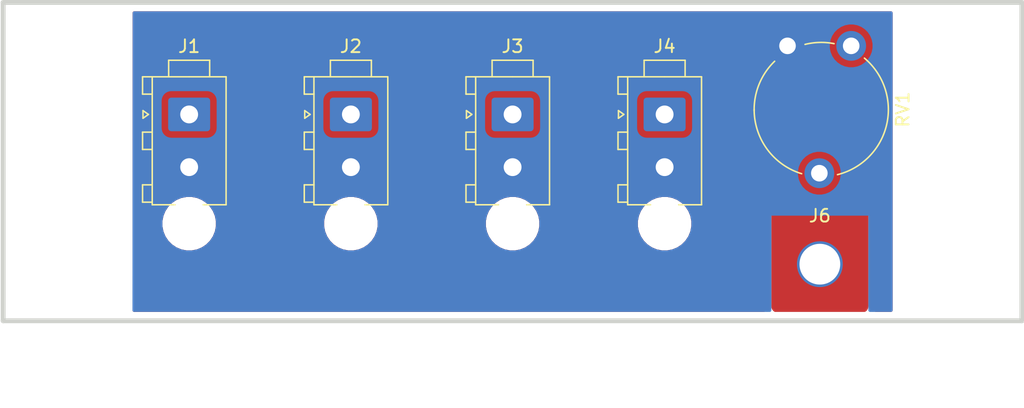
<source format=kicad_pcb>
(kicad_pcb (version 20211014) (generator pcbnew)
  (layers (0 "F.Cu" signal) (31 "B.Cu" signal) (34 "B.Paste" user) (35 "F.Paste" user) (36 "B.SilkS" user "B.Silkscreen") (37 "F.SilkS" user "F.Silkscreen") (38 "B.Mask" user) (39 "F.Mask" user) (44 "Edge.Cuts" user))
  (net 0 "")
  (net 1 "GND")
  (net 2 "Net-(J1-Pad2)")
  (net 3 "Net-(J1-Pad1)")
  (footprint "Connector_TE-Connectivity:TE_MATE-N-LOK_1-770866-x_1x02_P4.14mm_Vertical" (layer "F.Cu") (at 151.13 84.125)
    (fp_text reference "J1" (at 0 -5.35) (layer "F.SilkS"))
    (fp_text value "Conn_01x02")
    (fp_line (start -1.61 -4.255) (end 1.61 -4.255) (layer "F.SilkS") (width 0.12))
    (fp_line (start -2.9 -2.955) (end -2.9 7.095) (layer "F.SilkS") (width 0.12))
    (fp_line (start -3.2 0) (end -3.624264 0.3) (layer "F.SilkS") (width 0.12))
    (fp_line (start -3.66 6.89) (end -2.9 6.89) (layer "F.SilkS") (width 0.12))
    (fp_line (start -2.9 -2.955) (end -3.66 -2.955) (layer "F.SilkS") (width 0.12))
    (fp_line (start 0 -2.955) (end 2.9 -2.955) (layer "F.SilkS") (width 0.12))
    (fp_line (start 0 -2.955) (end -2.9 -2.955) (layer "F.SilkS") (width 0.12))
    (fp_line (start -3.624264 -0.3) (end -3.2 0) (layer "F.SilkS") (width 0.12))
    (fp_line (start -2.9 1.39) (end -3.66 1.39) (layer "F.SilkS") (width 0.12))
    (fp_line (start -3.66 2.75) (end -2.9 2.75) (layer "F.SilkS") (width 0.12))
    (fp_line (start -3.66 -1.595) (end -2.9 -1.595) (layer "F.SilkS") (width 0.12))
    (fp_line (start -1.61 -2.955) (end -1.61 -4.255) (layer "F.SilkS") (width 0.12))
    (fp_line (start -2.9 5.53) (end -3.66 5.53) (layer "F.SilkS") (width 0.12))
    (fp_line (start -3.66 -2.955) (end -3.66 -1.595) (layer "F.SilkS") (width 0.12))
    (fp_line (start -2.9 7.095) (end -1.103302 7.095) (layer "F.SilkS") (width 0.12))
    (fp_line (start 1.61 -4.255) (end 1.61 -2.955) (layer "F.SilkS") (width 0.12))
    (fp_line (start 2.9 -2.955) (end 2.9 7.095) (layer "F.SilkS") (width 0.12))
    (fp_line (start -3.66 5.53) (end -3.66 6.89) (layer "F.SilkS") (width 0.12))
    (fp_line (start 2.9 7.095) (end 1.103302 7.095) (layer "F.SilkS") (width 0.12))
    (fp_line (start -3.66 1.39) (end -3.66 2.75) (layer "F.SilkS") (width 0.12))
    (fp_line (start -3.624264 0.3) (end -3.624264 -0.3) (layer "F.SilkS") (width 0.12))
    (pad "" np_thru_hole circle locked (at 0 8.58) (size 3.18 3.18) (drill 3.18) (layers *.Cu *.Mask))
    (pad "1" thru_hole roundrect locked (at 0 0) (size 3.3 2.64) (drill 1.4) (layers *.Cu *.Mask) (roundrect_rratio 0.094697) (net 3 "Net-(J1-Pad1)"))
    (pad "2" thru_hole oval locked (at 0 4.14) (size 3.3 2.64) (drill 1.4) (layers *.Cu *.Mask) (net 2 "Net-(J1-Pad2)"))
  )
  (footprint "Connector_TE-Connectivity:TE_MATE-N-LOK_1-770866-x_1x02_P4.14mm_Vertical" (layer "F.Cu") (at 163.83 84.125)
    (fp_text reference "J2" (at 0 -5.35) (layer "F.SilkS"))
    (fp_text value "Conn_01x02")
    (fp_line (start -3.624264 0.3) (end -3.624264 -0.3) (layer "F.SilkS") (width 0.12))
    (fp_line (start -3.66 -2.955) (end -3.66 -1.595) (layer "F.SilkS") (width 0.12))
    (fp_line (start 2.9 -2.955) (end 2.9 7.095) (layer "F.SilkS") (width 0.12))
    (fp_line (start -1.61 -2.955) (end -1.61 -4.255) (layer "F.SilkS") (width 0.12))
    (fp_line (start -3.66 6.89) (end -2.9 6.89) (layer "F.SilkS") (width 0.12))
    (fp_line (start -3.66 2.75) (end -2.9 2.75) (layer "F.SilkS") (width 0.12))
    (fp_line (start -2.9 -2.955) (end -3.66 -2.955) (layer "F.SilkS") (width 0.12))
    (fp_line (start -1.61 -4.255) (end 1.61 -4.255) (layer "F.SilkS") (width 0.12))
    (fp_line (start -2.9 7.095) (end -1.103302 7.095) (layer "F.SilkS") (width 0.12))
    (fp_line (start -3.2 0) (end -3.624264 0.3) (layer "F.SilkS") (width 0.12))
    (fp_line (start 0 -2.955) (end 2.9 -2.955) (layer "F.SilkS") (width 0.12))
    (fp_line (start -3.624264 -0.3) (end -3.2 0) (layer "F.SilkS") (width 0.12))
    (fp_line (start -3.66 5.53) (end -3.66 6.89) (layer "F.SilkS") (width 0.12))
    (fp_line (start -2.9 5.53) (end -3.66 5.53) (layer "F.SilkS") (width 0.12))
    (fp_line (start -3.66 1.39) (end -3.66 2.75) (layer "F.SilkS") (width 0.12))
    (fp_line (start -2.9 1.39) (end -3.66 1.39) (layer "F.SilkS") (width 0.12))
    (fp_line (start 2.9 7.095) (end 1.103302 7.095) (layer "F.SilkS") (width 0.12))
    (fp_line (start 1.61 -4.255) (end 1.61 -2.955) (layer "F.SilkS") (width 0.12))
    (fp_line (start -2.9 -2.955) (end -2.9 7.095) (layer "F.SilkS") (width 0.12))
    (fp_line (start 0 -2.955) (end -2.9 -2.955) (layer "F.SilkS") (width 0.12))
    (fp_line (start -3.66 -1.595) (end -2.9 -1.595) (layer "F.SilkS") (width 0.12))
    (pad "" np_thru_hole circle locked (at 0 8.58) (size 3.18 3.18) (drill 3.18) (layers *.Cu *.Mask))
    (pad "1" thru_hole roundrect locked (at 0 0) (size 3.3 2.64) (drill 1.4) (layers *.Cu *.Mask) (roundrect_rratio 0.094697) (net 3 "Net-(J1-Pad1)"))
    (pad "2" thru_hole oval locked (at 0 4.14) (size 3.3 2.64) (drill 1.4) (layers *.Cu *.Mask) (net 2 "Net-(J1-Pad2)"))
  )
  (footprint "Connector_TE-Connectivity:TE_MATE-N-LOK_1-770866-x_1x02_P4.14mm_Vertical" (layer "F.Cu") (at 176.53 84.125)
    (fp_text reference "J3" (at 0 -5.35) (layer "F.SilkS"))
    (fp_text value "Conn_01x02")
    (fp_line (start -2.9 -2.955) (end -3.66 -2.955) (layer "F.SilkS") (width 0.12))
    (fp_line (start -3.66 2.75) (end -2.9 2.75) (layer "F.SilkS") (width 0.12))
    (fp_line (start 1.61 -4.255) (end 1.61 -2.955) (layer "F.SilkS") (width 0.12))
    (fp_line (start -2.9 7.095) (end -1.103302 7.095) (layer "F.SilkS") (width 0.12))
    (fp_line (start -3.624264 -0.3) (end -3.2 0) (layer "F.SilkS") (width 0.12))
    (fp_line (start -2.9 1.39) (end -3.66 1.39) (layer "F.SilkS") (width 0.12))
    (fp_line (start -3.66 -1.595) (end -2.9 -1.595) (layer "F.SilkS") (width 0.12))
    (fp_line (start 2.9 -2.955) (end 2.9 7.095) (layer "F.SilkS") (width 0.12))
    (fp_line (start 2.9 7.095) (end 1.103302 7.095) (layer "F.SilkS") (width 0.12))
    (fp_line (start -3.2 0) (end -3.624264 0.3) (layer "F.SilkS") (width 0.12))
    (fp_line (start -3.66 -2.955) (end -3.66 -1.595) (layer "F.SilkS") (width 0.12))
    (fp_line (start -1.61 -4.255) (end 1.61 -4.255) (layer "F.SilkS") (width 0.12))
    (fp_line (start -1.61 -2.955) (end -1.61 -4.255) (layer "F.SilkS") (width 0.12))
    (fp_line (start -3.66 6.89) (end -2.9 6.89) (layer "F.SilkS") (width 0.12))
    (fp_line (start -2.9 5.53) (end -3.66 5.53) (layer "F.SilkS") (width 0.12))
    (fp_line (start 0 -2.955) (end -2.9 -2.955) (layer "F.SilkS") (width 0.12))
    (fp_line (start -2.9 -2.955) (end -2.9 7.095) (layer "F.SilkS") (width 0.12))
    (fp_line (start -3.624264 0.3) (end -3.624264 -0.3) (layer "F.SilkS") (width 0.12))
    (fp_line (start -3.66 1.39) (end -3.66 2.75) (layer "F.SilkS") (width 0.12))
    (fp_line (start -3.66 5.53) (end -3.66 6.89) (layer "F.SilkS") (width 0.12))
    (fp_line (start 0 -2.955) (end 2.9 -2.955) (layer "F.SilkS") (width 0.12))
    (pad "" np_thru_hole circle locked (at 0 8.58) (size 3.18 3.18) (drill 3.18) (layers *.Cu *.Mask))
    (pad "1" thru_hole roundrect locked (at 0 0) (size 3.3 2.64) (drill 1.4) (layers *.Cu *.Mask) (roundrect_rratio 0.094697) (net 3 "Net-(J1-Pad1)"))
    (pad "2" thru_hole oval locked (at 0 4.14) (size 3.3 2.64) (drill 1.4) (layers *.Cu *.Mask) (net 2 "Net-(J1-Pad2)"))
  )
  (footprint "Connector_TE-Connectivity:TE_MATE-N-LOK_1-770866-x_1x02_P4.14mm_Vertical" (layer "F.Cu") (at 188.468 84.125)
    (fp_text reference "J4" (at 0 -5.35) (layer "F.SilkS"))
    (fp_text value "Conn_01x02")
    (fp_line (start -2.9 -2.955) (end -3.66 -2.955) (layer "F.SilkS") (width 0.12))
    (fp_line (start -3.624264 0.3) (end -3.624264 -0.3) (layer "F.SilkS") (width 0.12))
    (fp_line (start -1.61 -2.955) (end -1.61 -4.255) (layer "F.SilkS") (width 0.12))
    (fp_line (start 1.61 -4.255) (end 1.61 -2.955) (layer "F.SilkS") (width 0.12))
    (fp_line (start -3.66 5.53) (end -3.66 6.89) (layer "F.SilkS") (width 0.12))
    (fp_line (start -2.9 7.095) (end -1.103302 7.095) (layer "F.SilkS") (width 0.12))
    (fp_line (start -1.61 -4.255) (end 1.61 -4.255) (layer "F.SilkS") (width 0.12))
    (fp_line (start 2.9 7.095) (end 1.103302 7.095) (layer "F.SilkS") (width 0.12))
    (fp_line (start -3.66 1.39) (end -3.66 2.75) (layer "F.SilkS") (width 0.12))
    (fp_line (start 0 -2.955) (end 2.9 -2.955) (layer "F.SilkS") (width 0.12))
    (fp_line (start 2.9 -2.955) (end 2.9 7.095) (layer "F.SilkS") (width 0.12))
    (fp_line (start -3.66 2.75) (end -2.9 2.75) (layer "F.SilkS") (width 0.12))
    (fp_line (start -2.9 -2.955) (end -2.9 7.095) (layer "F.SilkS") (width 0.12))
    (fp_line (start 0 -2.955) (end -2.9 -2.955) (layer "F.SilkS") (width 0.12))
    (fp_line (start -2.9 5.53) (end -3.66 5.53) (layer "F.SilkS") (width 0.12))
    (fp_line (start -3.624264 -0.3) (end -3.2 0) (layer "F.SilkS") (width 0.12))
    (fp_line (start -3.66 -1.595) (end -2.9 -1.595) (layer "F.SilkS") (width 0.12))
    (fp_line (start -3.2 0) (end -3.624264 0.3) (layer "F.SilkS") (width 0.12))
    (fp_line (start -2.9 1.39) (end -3.66 1.39) (layer "F.SilkS") (width 0.12))
    (fp_line (start -3.66 -2.955) (end -3.66 -1.595) (layer "F.SilkS") (width 0.12))
    (fp_line (start -3.66 6.89) (end -2.9 6.89) (layer "F.SilkS") (width 0.12))
    (pad "" np_thru_hole circle locked (at 0 8.58) (size 3.18 3.18) (drill 3.18) (layers *.Cu *.Mask))
    (pad "1" thru_hole roundrect locked (at 0 0) (size 3.3 2.64) (drill 1.4) (layers *.Cu *.Mask) (roundrect_rratio 0.094697) (net 3 "Net-(J1-Pad1)"))
    (pad "2" thru_hole oval locked (at 0 4.14) (size 3.3 2.64) (drill 1.4) (layers *.Cu *.Mask) (net 2 "Net-(J1-Pad2)"))
  )
  (footprint "EuroBoard_Outline:EuroBoard_achtel_Type-II_80mmX25mm_holes" (layer "F.Cu") (at 136.525 100.33)
    (fp_text reference "REF**" hide)
    (fp_text value "EuroBoard_achtel_Type-II_80mmX25mm_holes")
    (fp_line (start 79.99984 -25.00122) (end 0 -25.00122) (layer "Edge.Cuts") (width 0.381))
    (fp_line (start 0 -25.00122) (end 0 0) (layer "Edge.Cuts") (width 0.381))
    (fp_line (start 79.99984 0) (end 79.99984 -25.00122) (layer "Edge.Cuts") (width 0.381))
    (fp_line (start 0 0) (end 79.99984 0) (layer "Edge.Cuts") (width 0.381))
    (pad "" np_thru_hole circle locked (at 75.00112 -5.00126) (size 3.50012 3.50012) (drill 3.50012) (layers *.Cu *.Mask))
    (pad "" np_thru_hole circle locked (at 5.00126 -19.99996) (size 3.50012 3.50012) (drill 3.50012) (layers *.Cu *.Mask))
    (pad "" np_thru_hole circle locked (at 5.00126 -5.00126) (size 3.50012 3.50012) (drill 3.50012) (layers *.Cu *.Mask))
    (pad "" np_thru_hole circle locked (at 75.00112 -19.99996) (size 3.50012 3.50012) (drill 3.50012) (layers *.Cu *.Mask))
  )
  (footprint "MountingHole:MountingHole_3.2mm_M3_DIN965_Pad_TopOnly" (layer "F.Cu") (at 200.66 95.885)
    (fp_text reference "J6" (at 0 -3.8) (layer "F.SilkS"))
    (fp_text value "Screw_Terminal_01x01")
    (pad "1" connect circle locked (at 0 0) (size 5.6 5.6) (layers "F.Cu" "F.Mask") (net 1 "GND"))
    (pad "1" thru_hole circle locked (at 0 0) (size 3.6 3.6) (drill 3.2) (layers *.Cu *.Mask) (net 1 "GND"))
  )
  (footprint "Potentiometer_THT:Potentiometer_Piher_PT-10-V10_Vertical" (layer "F.Cu") (at 198.12 78.74 -90)
    (fp_text reference "RV1" (at 5 -9.05 90) (layer "F.SilkS"))
    (fp_text value "R_POT")
    (fp_arc (start 0.963379 -6.038474) (mid 6.186565 -7.784991) (end 10.114 -3.924) (layer "F.SilkS") (width 0.12))
    (fp_arc (start 10.039726 -1.109201) (mid 8.134716 1.586326) (end 5 2.62) (layer "F.SilkS") (width 0.12))
    (fp_arc (start -0.11439 -1.375119) (mid -0.269093 -2.512295) (end -0.174 -3.656) (layer "F.SilkS") (width 0.12))
    (fp_arc (start 5.09203 2.619358) (mid 2.983245 2.219015) (end 1.209 1.011) (layer "F.SilkS") (width 0.12))
    (pad "1" thru_hole circle locked (at 0 0 270) (size 2.34 2.34) (drill 1.3) (layers *.Cu *.Mask) (net 2 "Net-(J1-Pad2)"))
    (pad "2" thru_hole circle locked (at 10 -2.5 270) (size 2.34 2.34) (drill 1.3) (layers *.Cu *.Mask) (net 1 "GND"))
    (pad "3" thru_hole circle locked (at 0 -5 270) (size 2.34 2.34) (drill 1.3) (layers *.Cu *.Mask) (net 3 "Net-(J1-Pad1)"))
  )
  (zone (net 3) (net_name "Net-(J1-Pad1)") (layer "F.Cu") (connect_pads yes (clearance 0.508)) (min_thickness 0.254) (fill yes (thermal_gap 0.508) (thermal_bridge_width 0.508))
    (polygon (pts (xy 206.375 100.33) (xy 146.685 100.33) (xy 146.685 75.565) (xy 206.375 75.565)))
  )
  (zone (net 1) (net_name "GND") (layer "F.Cu") (priority 1) (connect_pads yes (clearance 0.508)) (min_thickness 0.254) (fill yes (thermal_gap 0.508) (thermal_bridge_width 0.508) (smoothing fillet) (radius 0.5))
    (polygon (pts (xy 204.47 93.345) (xy 204.47 99.695) (xy 196.85 99.695) (xy 196.85 92.075) (xy 196.85 86.36) (xy 204.47 86.36)))
  )
  (zone (net 2) (net_name "Net-(J1-Pad2)") (layer "B.Cu") (connect_pads yes (clearance 0.508)) (min_thickness 0.254) (fill yes (thermal_gap 0.508) (thermal_bridge_width 0.508))
    (polygon (pts (xy 206.375 100.33) (xy 146.678518 100.33) (xy 146.691483 75.565) (xy 206.375 75.40625)))
  )
  (zone (net 0) (net_name "") (layer "B.Cu") (connect_pads yes (clearance 0)) (min_thickness 0.254)
    (keepout (tracks not_allowed) (vias not_allowed) (pads allowed) (copperpour not_allowed) (footprints allowed))
    (fill (thermal_gap 0.508) (thermal_bridge_width 0.508))
    (polygon (pts (xy 204.47 99.695) (xy 196.85 99.695) (xy 196.85 92.075) (xy 204.47 92.075)))
  )
)
</source>
